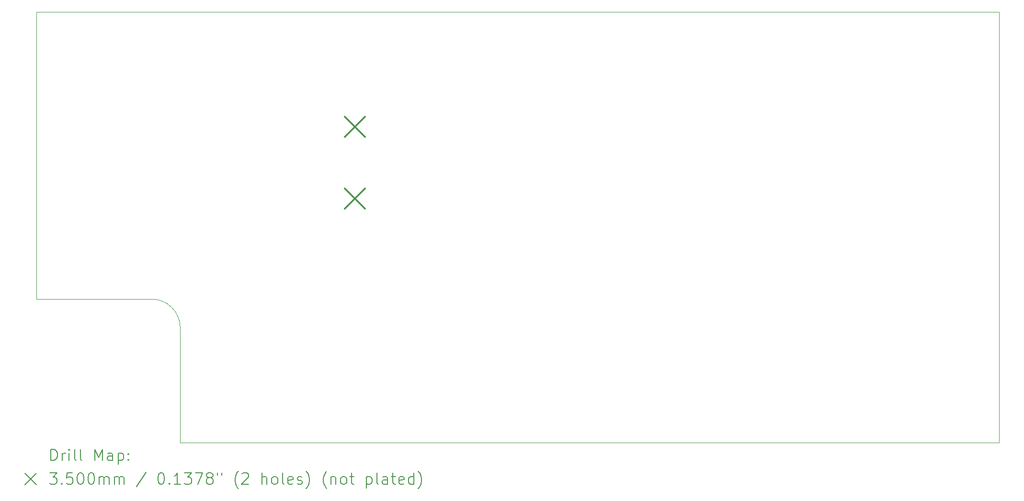
<source format=gbr>
%FSLAX45Y45*%
G04 Gerber Fmt 4.5, Leading zero omitted, Abs format (unit mm)*
G04 Created by KiCad (PCBNEW 6.0.5+dfsg-1~bpo11+1) date 2023-04-15 13:36:49*
%MOMM*%
%LPD*%
G01*
G04 APERTURE LIST*
%TA.AperFunction,Profile*%
%ADD10C,0.100000*%
%TD*%
%ADD11C,0.200000*%
%ADD12C,0.350000*%
G04 APERTURE END LIST*
D10*
X23368000Y-13462000D02*
X8890000Y-13462000D01*
X6350000Y-5842000D02*
X23368000Y-5842000D01*
X6350000Y-10922000D02*
X6350000Y-5842000D01*
X8382000Y-10922000D02*
X6350000Y-10922000D01*
X8890000Y-13462000D02*
X8890000Y-11430000D01*
X8890000Y-11430000D02*
G75*
G03*
X8382000Y-10922000I-508000J0D01*
G01*
X23368000Y-5842000D02*
X23368000Y-13462000D01*
D11*
D12*
X11803000Y-7699000D02*
X12153000Y-8049000D01*
X12153000Y-7699000D02*
X11803000Y-8049000D01*
X11803000Y-8969000D02*
X12153000Y-9319000D01*
X12153000Y-8969000D02*
X11803000Y-9319000D01*
D11*
X6602619Y-13777476D02*
X6602619Y-13577476D01*
X6650238Y-13577476D01*
X6678809Y-13587000D01*
X6697857Y-13606048D01*
X6707381Y-13625095D01*
X6716905Y-13663190D01*
X6716905Y-13691762D01*
X6707381Y-13729857D01*
X6697857Y-13748905D01*
X6678809Y-13767952D01*
X6650238Y-13777476D01*
X6602619Y-13777476D01*
X6802619Y-13777476D02*
X6802619Y-13644143D01*
X6802619Y-13682238D02*
X6812143Y-13663190D01*
X6821667Y-13653667D01*
X6840714Y-13644143D01*
X6859762Y-13644143D01*
X6926428Y-13777476D02*
X6926428Y-13644143D01*
X6926428Y-13577476D02*
X6916905Y-13587000D01*
X6926428Y-13596524D01*
X6935952Y-13587000D01*
X6926428Y-13577476D01*
X6926428Y-13596524D01*
X7050238Y-13777476D02*
X7031190Y-13767952D01*
X7021667Y-13748905D01*
X7021667Y-13577476D01*
X7155000Y-13777476D02*
X7135952Y-13767952D01*
X7126428Y-13748905D01*
X7126428Y-13577476D01*
X7383571Y-13777476D02*
X7383571Y-13577476D01*
X7450238Y-13720333D01*
X7516905Y-13577476D01*
X7516905Y-13777476D01*
X7697857Y-13777476D02*
X7697857Y-13672714D01*
X7688333Y-13653667D01*
X7669286Y-13644143D01*
X7631190Y-13644143D01*
X7612143Y-13653667D01*
X7697857Y-13767952D02*
X7678809Y-13777476D01*
X7631190Y-13777476D01*
X7612143Y-13767952D01*
X7602619Y-13748905D01*
X7602619Y-13729857D01*
X7612143Y-13710809D01*
X7631190Y-13701286D01*
X7678809Y-13701286D01*
X7697857Y-13691762D01*
X7793095Y-13644143D02*
X7793095Y-13844143D01*
X7793095Y-13653667D02*
X7812143Y-13644143D01*
X7850238Y-13644143D01*
X7869286Y-13653667D01*
X7878809Y-13663190D01*
X7888333Y-13682238D01*
X7888333Y-13739381D01*
X7878809Y-13758428D01*
X7869286Y-13767952D01*
X7850238Y-13777476D01*
X7812143Y-13777476D01*
X7793095Y-13767952D01*
X7974048Y-13758428D02*
X7983571Y-13767952D01*
X7974048Y-13777476D01*
X7964524Y-13767952D01*
X7974048Y-13758428D01*
X7974048Y-13777476D01*
X7974048Y-13653667D02*
X7983571Y-13663190D01*
X7974048Y-13672714D01*
X7964524Y-13663190D01*
X7974048Y-13653667D01*
X7974048Y-13672714D01*
X6145000Y-14007000D02*
X6345000Y-14207000D01*
X6345000Y-14007000D02*
X6145000Y-14207000D01*
X6583571Y-13997476D02*
X6707381Y-13997476D01*
X6640714Y-14073667D01*
X6669286Y-14073667D01*
X6688333Y-14083190D01*
X6697857Y-14092714D01*
X6707381Y-14111762D01*
X6707381Y-14159381D01*
X6697857Y-14178428D01*
X6688333Y-14187952D01*
X6669286Y-14197476D01*
X6612143Y-14197476D01*
X6593095Y-14187952D01*
X6583571Y-14178428D01*
X6793095Y-14178428D02*
X6802619Y-14187952D01*
X6793095Y-14197476D01*
X6783571Y-14187952D01*
X6793095Y-14178428D01*
X6793095Y-14197476D01*
X6983571Y-13997476D02*
X6888333Y-13997476D01*
X6878809Y-14092714D01*
X6888333Y-14083190D01*
X6907381Y-14073667D01*
X6955000Y-14073667D01*
X6974048Y-14083190D01*
X6983571Y-14092714D01*
X6993095Y-14111762D01*
X6993095Y-14159381D01*
X6983571Y-14178428D01*
X6974048Y-14187952D01*
X6955000Y-14197476D01*
X6907381Y-14197476D01*
X6888333Y-14187952D01*
X6878809Y-14178428D01*
X7116905Y-13997476D02*
X7135952Y-13997476D01*
X7155000Y-14007000D01*
X7164524Y-14016524D01*
X7174048Y-14035571D01*
X7183571Y-14073667D01*
X7183571Y-14121286D01*
X7174048Y-14159381D01*
X7164524Y-14178428D01*
X7155000Y-14187952D01*
X7135952Y-14197476D01*
X7116905Y-14197476D01*
X7097857Y-14187952D01*
X7088333Y-14178428D01*
X7078809Y-14159381D01*
X7069286Y-14121286D01*
X7069286Y-14073667D01*
X7078809Y-14035571D01*
X7088333Y-14016524D01*
X7097857Y-14007000D01*
X7116905Y-13997476D01*
X7307381Y-13997476D02*
X7326428Y-13997476D01*
X7345476Y-14007000D01*
X7355000Y-14016524D01*
X7364524Y-14035571D01*
X7374048Y-14073667D01*
X7374048Y-14121286D01*
X7364524Y-14159381D01*
X7355000Y-14178428D01*
X7345476Y-14187952D01*
X7326428Y-14197476D01*
X7307381Y-14197476D01*
X7288333Y-14187952D01*
X7278809Y-14178428D01*
X7269286Y-14159381D01*
X7259762Y-14121286D01*
X7259762Y-14073667D01*
X7269286Y-14035571D01*
X7278809Y-14016524D01*
X7288333Y-14007000D01*
X7307381Y-13997476D01*
X7459762Y-14197476D02*
X7459762Y-14064143D01*
X7459762Y-14083190D02*
X7469286Y-14073667D01*
X7488333Y-14064143D01*
X7516905Y-14064143D01*
X7535952Y-14073667D01*
X7545476Y-14092714D01*
X7545476Y-14197476D01*
X7545476Y-14092714D02*
X7555000Y-14073667D01*
X7574048Y-14064143D01*
X7602619Y-14064143D01*
X7621667Y-14073667D01*
X7631190Y-14092714D01*
X7631190Y-14197476D01*
X7726428Y-14197476D02*
X7726428Y-14064143D01*
X7726428Y-14083190D02*
X7735952Y-14073667D01*
X7755000Y-14064143D01*
X7783571Y-14064143D01*
X7802619Y-14073667D01*
X7812143Y-14092714D01*
X7812143Y-14197476D01*
X7812143Y-14092714D02*
X7821667Y-14073667D01*
X7840714Y-14064143D01*
X7869286Y-14064143D01*
X7888333Y-14073667D01*
X7897857Y-14092714D01*
X7897857Y-14197476D01*
X8288333Y-13987952D02*
X8116905Y-14245095D01*
X8545476Y-13997476D02*
X8564524Y-13997476D01*
X8583571Y-14007000D01*
X8593095Y-14016524D01*
X8602619Y-14035571D01*
X8612143Y-14073667D01*
X8612143Y-14121286D01*
X8602619Y-14159381D01*
X8593095Y-14178428D01*
X8583571Y-14187952D01*
X8564524Y-14197476D01*
X8545476Y-14197476D01*
X8526429Y-14187952D01*
X8516905Y-14178428D01*
X8507381Y-14159381D01*
X8497857Y-14121286D01*
X8497857Y-14073667D01*
X8507381Y-14035571D01*
X8516905Y-14016524D01*
X8526429Y-14007000D01*
X8545476Y-13997476D01*
X8697857Y-14178428D02*
X8707381Y-14187952D01*
X8697857Y-14197476D01*
X8688333Y-14187952D01*
X8697857Y-14178428D01*
X8697857Y-14197476D01*
X8897857Y-14197476D02*
X8783571Y-14197476D01*
X8840714Y-14197476D02*
X8840714Y-13997476D01*
X8821667Y-14026048D01*
X8802619Y-14045095D01*
X8783571Y-14054619D01*
X8964524Y-13997476D02*
X9088333Y-13997476D01*
X9021667Y-14073667D01*
X9050238Y-14073667D01*
X9069286Y-14083190D01*
X9078810Y-14092714D01*
X9088333Y-14111762D01*
X9088333Y-14159381D01*
X9078810Y-14178428D01*
X9069286Y-14187952D01*
X9050238Y-14197476D01*
X8993095Y-14197476D01*
X8974048Y-14187952D01*
X8964524Y-14178428D01*
X9155000Y-13997476D02*
X9288333Y-13997476D01*
X9202619Y-14197476D01*
X9393095Y-14083190D02*
X9374048Y-14073667D01*
X9364524Y-14064143D01*
X9355000Y-14045095D01*
X9355000Y-14035571D01*
X9364524Y-14016524D01*
X9374048Y-14007000D01*
X9393095Y-13997476D01*
X9431190Y-13997476D01*
X9450238Y-14007000D01*
X9459762Y-14016524D01*
X9469286Y-14035571D01*
X9469286Y-14045095D01*
X9459762Y-14064143D01*
X9450238Y-14073667D01*
X9431190Y-14083190D01*
X9393095Y-14083190D01*
X9374048Y-14092714D01*
X9364524Y-14102238D01*
X9355000Y-14121286D01*
X9355000Y-14159381D01*
X9364524Y-14178428D01*
X9374048Y-14187952D01*
X9393095Y-14197476D01*
X9431190Y-14197476D01*
X9450238Y-14187952D01*
X9459762Y-14178428D01*
X9469286Y-14159381D01*
X9469286Y-14121286D01*
X9459762Y-14102238D01*
X9450238Y-14092714D01*
X9431190Y-14083190D01*
X9545476Y-13997476D02*
X9545476Y-14035571D01*
X9621667Y-13997476D02*
X9621667Y-14035571D01*
X9916905Y-14273667D02*
X9907381Y-14264143D01*
X9888333Y-14235571D01*
X9878810Y-14216524D01*
X9869286Y-14187952D01*
X9859762Y-14140333D01*
X9859762Y-14102238D01*
X9869286Y-14054619D01*
X9878810Y-14026048D01*
X9888333Y-14007000D01*
X9907381Y-13978428D01*
X9916905Y-13968905D01*
X9983571Y-14016524D02*
X9993095Y-14007000D01*
X10012143Y-13997476D01*
X10059762Y-13997476D01*
X10078810Y-14007000D01*
X10088333Y-14016524D01*
X10097857Y-14035571D01*
X10097857Y-14054619D01*
X10088333Y-14083190D01*
X9974048Y-14197476D01*
X10097857Y-14197476D01*
X10335952Y-14197476D02*
X10335952Y-13997476D01*
X10421667Y-14197476D02*
X10421667Y-14092714D01*
X10412143Y-14073667D01*
X10393095Y-14064143D01*
X10364524Y-14064143D01*
X10345476Y-14073667D01*
X10335952Y-14083190D01*
X10545476Y-14197476D02*
X10526429Y-14187952D01*
X10516905Y-14178428D01*
X10507381Y-14159381D01*
X10507381Y-14102238D01*
X10516905Y-14083190D01*
X10526429Y-14073667D01*
X10545476Y-14064143D01*
X10574048Y-14064143D01*
X10593095Y-14073667D01*
X10602619Y-14083190D01*
X10612143Y-14102238D01*
X10612143Y-14159381D01*
X10602619Y-14178428D01*
X10593095Y-14187952D01*
X10574048Y-14197476D01*
X10545476Y-14197476D01*
X10726429Y-14197476D02*
X10707381Y-14187952D01*
X10697857Y-14168905D01*
X10697857Y-13997476D01*
X10878810Y-14187952D02*
X10859762Y-14197476D01*
X10821667Y-14197476D01*
X10802619Y-14187952D01*
X10793095Y-14168905D01*
X10793095Y-14092714D01*
X10802619Y-14073667D01*
X10821667Y-14064143D01*
X10859762Y-14064143D01*
X10878810Y-14073667D01*
X10888333Y-14092714D01*
X10888333Y-14111762D01*
X10793095Y-14130809D01*
X10964524Y-14187952D02*
X10983571Y-14197476D01*
X11021667Y-14197476D01*
X11040714Y-14187952D01*
X11050238Y-14168905D01*
X11050238Y-14159381D01*
X11040714Y-14140333D01*
X11021667Y-14130809D01*
X10993095Y-14130809D01*
X10974048Y-14121286D01*
X10964524Y-14102238D01*
X10964524Y-14092714D01*
X10974048Y-14073667D01*
X10993095Y-14064143D01*
X11021667Y-14064143D01*
X11040714Y-14073667D01*
X11116905Y-14273667D02*
X11126429Y-14264143D01*
X11145476Y-14235571D01*
X11155000Y-14216524D01*
X11164524Y-14187952D01*
X11174048Y-14140333D01*
X11174048Y-14102238D01*
X11164524Y-14054619D01*
X11155000Y-14026048D01*
X11145476Y-14007000D01*
X11126429Y-13978428D01*
X11116905Y-13968905D01*
X11478809Y-14273667D02*
X11469286Y-14264143D01*
X11450238Y-14235571D01*
X11440714Y-14216524D01*
X11431190Y-14187952D01*
X11421667Y-14140333D01*
X11421667Y-14102238D01*
X11431190Y-14054619D01*
X11440714Y-14026048D01*
X11450238Y-14007000D01*
X11469286Y-13978428D01*
X11478809Y-13968905D01*
X11555000Y-14064143D02*
X11555000Y-14197476D01*
X11555000Y-14083190D02*
X11564524Y-14073667D01*
X11583571Y-14064143D01*
X11612143Y-14064143D01*
X11631190Y-14073667D01*
X11640714Y-14092714D01*
X11640714Y-14197476D01*
X11764524Y-14197476D02*
X11745476Y-14187952D01*
X11735952Y-14178428D01*
X11726428Y-14159381D01*
X11726428Y-14102238D01*
X11735952Y-14083190D01*
X11745476Y-14073667D01*
X11764524Y-14064143D01*
X11793095Y-14064143D01*
X11812143Y-14073667D01*
X11821667Y-14083190D01*
X11831190Y-14102238D01*
X11831190Y-14159381D01*
X11821667Y-14178428D01*
X11812143Y-14187952D01*
X11793095Y-14197476D01*
X11764524Y-14197476D01*
X11888333Y-14064143D02*
X11964524Y-14064143D01*
X11916905Y-13997476D02*
X11916905Y-14168905D01*
X11926428Y-14187952D01*
X11945476Y-14197476D01*
X11964524Y-14197476D01*
X12183571Y-14064143D02*
X12183571Y-14264143D01*
X12183571Y-14073667D02*
X12202619Y-14064143D01*
X12240714Y-14064143D01*
X12259762Y-14073667D01*
X12269286Y-14083190D01*
X12278809Y-14102238D01*
X12278809Y-14159381D01*
X12269286Y-14178428D01*
X12259762Y-14187952D01*
X12240714Y-14197476D01*
X12202619Y-14197476D01*
X12183571Y-14187952D01*
X12393095Y-14197476D02*
X12374048Y-14187952D01*
X12364524Y-14168905D01*
X12364524Y-13997476D01*
X12555000Y-14197476D02*
X12555000Y-14092714D01*
X12545476Y-14073667D01*
X12526428Y-14064143D01*
X12488333Y-14064143D01*
X12469286Y-14073667D01*
X12555000Y-14187952D02*
X12535952Y-14197476D01*
X12488333Y-14197476D01*
X12469286Y-14187952D01*
X12459762Y-14168905D01*
X12459762Y-14149857D01*
X12469286Y-14130809D01*
X12488333Y-14121286D01*
X12535952Y-14121286D01*
X12555000Y-14111762D01*
X12621667Y-14064143D02*
X12697857Y-14064143D01*
X12650238Y-13997476D02*
X12650238Y-14168905D01*
X12659762Y-14187952D01*
X12678809Y-14197476D01*
X12697857Y-14197476D01*
X12840714Y-14187952D02*
X12821667Y-14197476D01*
X12783571Y-14197476D01*
X12764524Y-14187952D01*
X12755000Y-14168905D01*
X12755000Y-14092714D01*
X12764524Y-14073667D01*
X12783571Y-14064143D01*
X12821667Y-14064143D01*
X12840714Y-14073667D01*
X12850238Y-14092714D01*
X12850238Y-14111762D01*
X12755000Y-14130809D01*
X13021667Y-14197476D02*
X13021667Y-13997476D01*
X13021667Y-14187952D02*
X13002619Y-14197476D01*
X12964524Y-14197476D01*
X12945476Y-14187952D01*
X12935952Y-14178428D01*
X12926428Y-14159381D01*
X12926428Y-14102238D01*
X12935952Y-14083190D01*
X12945476Y-14073667D01*
X12964524Y-14064143D01*
X13002619Y-14064143D01*
X13021667Y-14073667D01*
X13097857Y-14273667D02*
X13107381Y-14264143D01*
X13126428Y-14235571D01*
X13135952Y-14216524D01*
X13145476Y-14187952D01*
X13155000Y-14140333D01*
X13155000Y-14102238D01*
X13145476Y-14054619D01*
X13135952Y-14026048D01*
X13126428Y-14007000D01*
X13107381Y-13978428D01*
X13097857Y-13968905D01*
M02*

</source>
